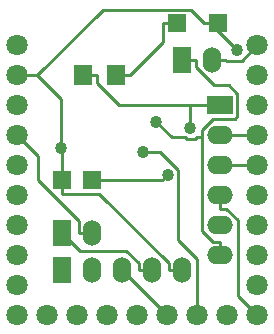
<source format=gbr>
G04 #@! TF.FileFunction,Copper,L2,Bot,Signal*
%FSLAX46Y46*%
G04 Gerber Fmt 4.6, Leading zero omitted, Abs format (unit mm)*
G04 Created by KiCad (PCBNEW 0.201509251832+6217~30~ubuntu14.04.1-product) date gio 08 ott 2015 22:57:14 CEST*
%MOMM*%
G01*
G04 APERTURE LIST*
%ADD10C,0.100000*%
%ADD11C,1.800000*%
%ADD12R,1.524000X2.199640*%
%ADD13O,1.524000X2.199640*%
%ADD14R,2.199640X1.524000*%
%ADD15O,2.199640X1.524000*%
%ADD16R,1.600200X1.803400*%
%ADD17R,1.501140X1.501140*%
%ADD18R,1.498600X1.498600*%
%ADD19C,1.035000*%
%ADD20C,0.254000*%
G04 APERTURE END LIST*
D10*
D11*
X138430000Y-92710000D03*
X138430000Y-95250000D03*
X138430000Y-97790000D03*
X138430000Y-100330000D03*
X138430000Y-102870000D03*
X138430000Y-105410000D03*
X138430000Y-107950000D03*
X138430000Y-110490000D03*
X138430000Y-113030000D03*
X138430000Y-115570000D03*
X140970000Y-115570000D03*
X143510000Y-115570000D03*
X146050000Y-115570000D03*
X148590000Y-115570000D03*
X151130000Y-115570000D03*
X153670000Y-115570000D03*
X156210000Y-115570000D03*
X158750000Y-113030000D03*
X158750000Y-110490000D03*
X158750000Y-107950000D03*
X158750000Y-105410000D03*
X158750000Y-102870000D03*
X158750000Y-100330000D03*
X158750000Y-97790000D03*
X158750000Y-95250000D03*
X158750000Y-115570000D03*
X158750000Y-92710000D03*
D12*
X152400000Y-93980000D03*
D13*
X154940000Y-93980000D03*
D14*
X155575000Y-97790000D03*
D15*
X155575000Y-100330000D03*
X155575000Y-102870000D03*
X155575000Y-105410000D03*
X155575000Y-107950000D03*
X155575000Y-110490000D03*
D12*
X142240000Y-111760000D03*
D13*
X144780000Y-111760000D03*
X147320000Y-111760000D03*
X149860000Y-111760000D03*
X152400000Y-111760000D03*
D12*
X142240000Y-108585000D03*
D13*
X144780000Y-108585000D03*
D16*
X146812000Y-95250000D03*
X144018000Y-95250000D03*
D17*
X144780000Y-104140000D03*
X142240000Y-104140000D03*
D18*
X155417520Y-90805000D03*
X151922480Y-90805000D03*
D19*
X153104300Y-99661700D03*
X150224200Y-99195900D03*
X142144300Y-101419800D03*
X157026100Y-93108400D03*
X149062500Y-101758700D03*
X151164600Y-103688700D03*
D20*
X155575000Y-100330000D02*
X158750000Y-100330000D01*
X155575000Y-102870000D02*
X158750000Y-102870000D01*
X157104500Y-113924500D02*
X158750000Y-115570000D01*
X157104500Y-107511200D02*
X157104500Y-113924500D01*
X156146600Y-106553300D02*
X157104500Y-107511200D01*
X155575000Y-106553300D02*
X156146600Y-106553300D01*
X155575000Y-105410000D02*
X155575000Y-106553300D01*
X140197100Y-102097100D02*
X138430000Y-100330000D01*
X140197100Y-104139200D02*
X140197100Y-102097100D01*
X143636700Y-107578800D02*
X140197100Y-104139200D01*
X143636700Y-108585000D02*
X143636700Y-107578800D01*
X144780000Y-108585000D02*
X143636700Y-108585000D01*
X154940000Y-93980000D02*
X156083300Y-93980000D01*
X144018000Y-95250000D02*
X145199400Y-95250000D01*
X153104300Y-97790000D02*
X153104300Y-99661700D01*
X147074900Y-97790000D02*
X153104300Y-97790000D01*
X145199400Y-95914500D02*
X147074900Y-97790000D01*
X145199400Y-95250000D02*
X145199400Y-95914500D01*
X153104300Y-97790000D02*
X155575000Y-97790000D01*
X157452800Y-94007200D02*
X158750000Y-92710000D01*
X156110500Y-94007200D02*
X157452800Y-94007200D01*
X156083300Y-93980000D02*
X156110500Y-94007200D01*
X148716700Y-111151300D02*
X148716700Y-111760000D01*
X147656700Y-110091300D02*
X148716700Y-111151300D01*
X143746300Y-110091300D02*
X147656700Y-110091300D01*
X142240000Y-108585000D02*
X143746300Y-110091300D01*
X149860000Y-111760000D02*
X148716700Y-111760000D01*
X155575000Y-110490000D02*
X155575000Y-109346700D01*
X152400000Y-93980000D02*
X153543300Y-93980000D01*
X154056500Y-108399900D02*
X154056500Y-100493000D01*
X155003300Y-109346700D02*
X154056500Y-108399900D01*
X155575000Y-109346700D02*
X155003300Y-109346700D01*
X153543300Y-94551700D02*
X153543300Y-93980000D01*
X155092600Y-96101000D02*
X153543300Y-94551700D01*
X156332200Y-96101000D02*
X155092600Y-96101000D01*
X157082600Y-96851400D02*
X156332200Y-96101000D01*
X157082600Y-98720100D02*
X157082600Y-96851400D01*
X156869300Y-98933400D02*
X157082600Y-98720100D01*
X154975000Y-98933400D02*
X156869300Y-98933400D01*
X154056500Y-99851900D02*
X154975000Y-98933400D01*
X154056500Y-100493000D02*
X154056500Y-99851900D01*
X153647300Y-100493000D02*
X154056500Y-100493000D01*
X153528200Y-100612100D02*
X153647300Y-100493000D01*
X152783700Y-100612100D02*
X153528200Y-100612100D01*
X152664600Y-100493000D02*
X152783700Y-100612100D01*
X151521300Y-100493000D02*
X152664600Y-100493000D01*
X150224200Y-99195900D02*
X151521300Y-100493000D01*
X145681800Y-89674400D02*
X140106200Y-95250000D01*
X153156300Y-89674400D02*
X145681800Y-89674400D01*
X154286900Y-90805000D02*
X153156300Y-89674400D01*
X140106200Y-95250000D02*
X138430000Y-95250000D01*
X142144300Y-97288100D02*
X140106200Y-95250000D01*
X142144300Y-101419800D02*
X142144300Y-97288100D01*
X142240000Y-101515500D02*
X142240000Y-104140000D01*
X142144300Y-101419800D02*
X142240000Y-101515500D01*
X151256700Y-111151300D02*
X151256700Y-111760000D01*
X145377300Y-105271900D02*
X151256700Y-111151300D01*
X142240000Y-105271900D02*
X145377300Y-105271900D01*
X142240000Y-104140000D02*
X142240000Y-105271900D01*
X152400000Y-111760000D02*
X151256700Y-111760000D01*
X155417500Y-90805000D02*
X154852200Y-90805000D01*
X154852200Y-90805000D02*
X154286900Y-90805000D01*
X154852200Y-90934500D02*
X157026100Y-93108400D01*
X154852200Y-90805000D02*
X154852200Y-90934500D01*
X150523800Y-101758700D02*
X149062500Y-101758700D01*
X152063500Y-103298400D02*
X150523800Y-101758700D01*
X152063500Y-109168300D02*
X152063500Y-103298400D01*
X153670000Y-110774800D02*
X152063500Y-109168300D01*
X153670000Y-115570000D02*
X153670000Y-110774800D01*
X147320000Y-111760000D02*
X151130000Y-115570000D01*
X150713300Y-104140000D02*
X151164600Y-103688700D01*
X144780000Y-104140000D02*
X150713300Y-104140000D01*
X150791900Y-92451500D02*
X147993400Y-95250000D01*
X150791900Y-90805000D02*
X150791900Y-92451500D01*
X151922500Y-90805000D02*
X150791900Y-90805000D01*
X146812000Y-95250000D02*
X147993400Y-95250000D01*
M02*

</source>
